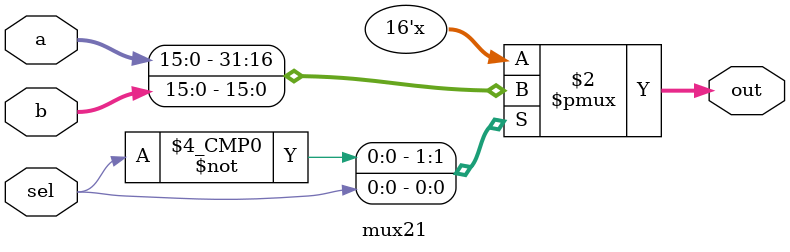
<source format=v>
module mux21 #(parameter N = 16)(out,a,b,sel);

output  reg [N-1:0]out;
input [N-1:0]a,b;
input sel;

always @ (sel or a or b)
        case (sel)
                1'b0:  out <= a;
                1'b1:  out <= b;
                default: out <= b; 
        endcase 
endmodule
</source>
